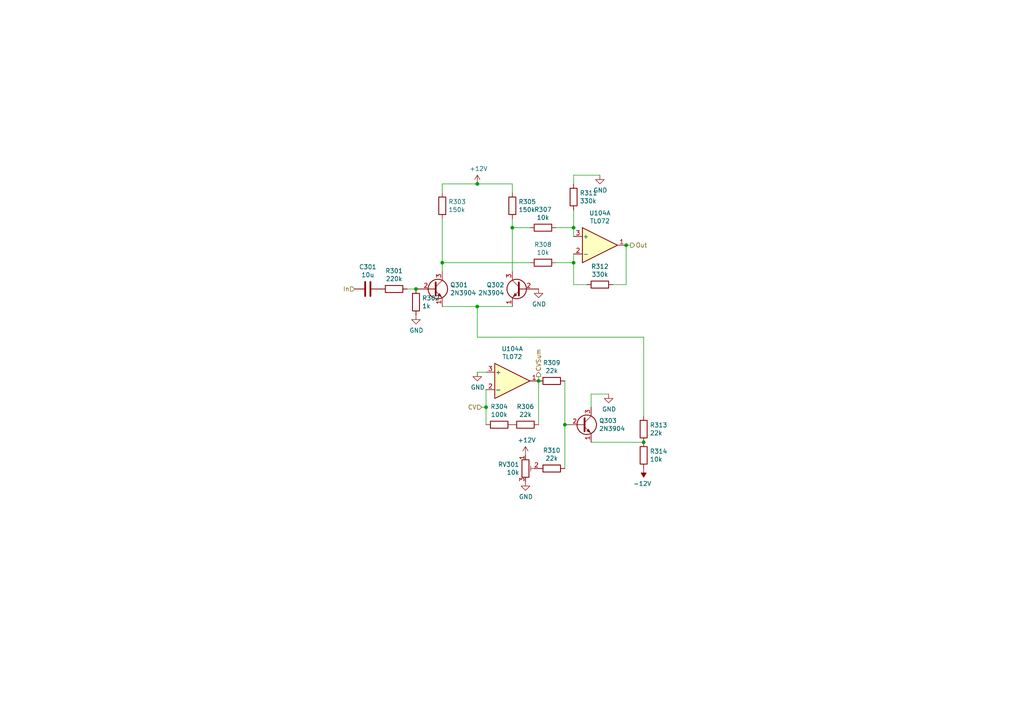
<source format=kicad_sch>
(kicad_sch (version 20211123) (generator eeschema)
  (paper "A4")
  (title_block (title "VCF") (date "2021-07-12") (rev "1.0"))
  (lib_symbols
    (symbol "Amplifier_Operational:TL072" (pin_names (offset 0.127))
      (property "Reference" "U" (at 0 5.08 0))
      (property "Value" "TL072" (at 0 -5.08 0))
      (symbol "TL072_1_1"
        (polyline (pts (xy -5.08 5.08) (xy 5.08 0) (xy -5.08 -5.08) (xy -5.08 5.08)) (stroke (width 0.254)) (fill (type background)))
        (pin output line (at 7.62 0 180) (length 2.54) (name "~") (number "1"))
        (pin input line (at -7.62 -2.54 0) (length 2.54) (name "-") (number "2"))
        (pin input line (at -7.62 2.54 0) (length 2.54) (name "+") (number "3"))
      )
      (symbol "TL072_2_1"
        (polyline (pts (xy -5.08 5.08) (xy 5.08 0) (xy -5.08 -5.08) (xy -5.08 5.08)) (stroke (width 0.254)) (fill (type background)))
        (pin input line (at -7.62 2.54 0) (length 2.54) (name "+") (number "5"))
        (pin input line (at -7.62 -2.54 0) (length 2.54) (name "-") (number "6"))
        (pin output line (at 7.62 0 180) (length 2.54) (name "~") (number "7"))
      )
      (symbol "TL072_3_1"
        (pin power_in line (at -2.54 -7.62 90) (length 3.81) (name "V-") (number "4"))
        (pin power_in line (at -2.54 7.62 270) (length 3.81) (name "V+") (number "8"))
      )
    )
    (symbol "Device:C" (pin_numbers hide) (pin_names (offset 0.254))
      (property "Reference" "C" (at 0.635 2.54 0))
      (property "Value" "C" (at 0.635 -2.54 0))
      (symbol "C_0_1"
        (polyline (pts (xy -2.032 -0.762) (xy 2.032 -0.762)) (stroke (width 0.508)))
        (polyline (pts (xy -2.032 0.762) (xy 2.032 0.762)) (stroke (width 0.508)))
      )
      (symbol "C_1_1"
        (pin passive line (at 0 3.81 270) (length 2.794) (name "~") (number "1"))
        (pin passive line (at 0 -3.81 90) (length 2.794) (name "~") (number "2"))
      )
    )
    (symbol "Device:R" (pin_numbers hide) (pin_names (offset 0))
      (property "Reference" "R" (at 2.032 0 90))
      (property "Value" "R" (at 0 0 90))
      (symbol "R_0_1"
        (rectangle (start -1.016 -2.54) (end 1.016 2.54) (stroke (width 0.254)))
      )
      (symbol "R_1_1"
        (pin passive line (at 0 3.81 270) (length 1.27) (name "~") (number "1"))
        (pin passive line (at 0 -3.81 90) (length 1.27) (name "~") (number "2"))
      )
    )
    (symbol "Device:R_Potentiometer_Trim" (pin_names (offset 1.016) hide)
      (property "Reference" "RV" (at -4.445 0 90))
      (property "Value" "R_Potentiometer_Trim" (at -2.54 0 90))
      (symbol "R_Potentiometer_Trim_0_1"
        (polyline (pts (xy 1.524 0.762) (xy 1.524 -0.762)))
        (polyline (pts (xy 2.54 0) (xy 1.524 0)))
        (rectangle (start 1.016 2.54) (end -1.016 -2.54) (stroke (width 0.254)))
      )
      (symbol "R_Potentiometer_Trim_1_1"
        (pin passive line (at 0 3.81 270) (length 1.27) (name "1") (number "1"))
        (pin passive line (at 3.81 0 180) (length 1.27) (name "2") (number "2"))
        (pin passive line (at 0 -3.81 90) (length 1.27) (name "3") (number "3"))
      )
    )
    (symbol "Transistor_BJT:2N3904" (pin_names (offset 0) hide)
      (property "Reference" "Q" (at 5.08 1.905 0))
      (property "Value" "2N3904" (at 5.08 0 0))
      (symbol "2N3904_0_1"
        (polyline (pts (xy 0.635 0.635) (xy 2.54 2.54)))
        (polyline (pts (xy 0.635 -0.635) (xy 2.54 -2.54) (xy 2.54 -2.54)))
        (polyline (pts (xy 0.635 1.905) (xy 0.635 -1.905) (xy 0.635 -1.905)) (stroke (width 0.508)))
        (polyline (pts (xy 1.27 -1.778) (xy 1.778 -1.27) (xy 2.286 -2.286) (xy 1.27 -1.778) (xy 1.27 -1.778)) (fill (type outline)))
        (circle (center 1.27 0) (radius 2.8194) (stroke (width 0.254)))
      )
      (symbol "2N3904_1_1"
        (pin passive line (at 2.54 -5.08 90) (length 2.54) (name "E") (number "1"))
        (pin passive line (at -5.08 0 0) (length 5.715) (name "B") (number "2"))
        (pin passive line (at 2.54 5.08 270) (length 2.54) (name "C") (number "3"))
      )
    )
    (symbol "power:+12V" (power) (pin_names (offset 0))
      (property "Value" "+12V" (at 0 3.556 0))
      (symbol "+12V_0_1"
        (polyline (pts (xy -0.762 1.27) (xy 0 2.54)))
        (polyline (pts (xy 0 0) (xy 0 2.54)))
        (polyline (pts (xy 0 2.54) (xy 0.762 1.27)))
      )
      (symbol "+12V_1_1"
        (pin power_in line (at 0 0 90) (length 0) hide (name "+12V") (number "1"))
      )
    )
    (symbol "power:-12V" (power) (pin_names (offset 0))
      (property "Value" "-12V" (at 0 3.81 0))
      (symbol "-12V_0_0"
        (pin power_in line (at 0 0 90) (length 0) hide (name "-12V") (number "1"))
      )
      (symbol "-12V_0_1"
        (polyline (pts (xy 0 0) (xy 0 1.27) (xy 0.762 1.27) (xy 0 2.54) (xy -0.762 1.27) (xy 0 1.27)) (fill (type outline)))
      )
    )
    (symbol "power:GND" (power) (pin_names (offset 0))
      (property "Value" "GND" (at 0 -3.81 0))
      (symbol "GND_0_1"
        (polyline (pts (xy 0 0) (xy 0 -1.27) (xy 1.27 -1.27) (xy 0 -2.54) (xy -1.27 -1.27) (xy 0 -1.27)))
      )
      (symbol "GND_1_1"
        (pin power_in line (at 0 0 270) (length 0) hide (name "GND") (number "1"))
      )
    )
  )
  (junction (at 166.37 76.2))
  (junction (at 156.21 110.49))
  (junction (at 128.27 76.2))
  (junction (at 120.65 83.82))
  (junction (at 138.43 53.34))
  (junction (at 163.83 123.19))
  (junction (at 140.97 118.11))
  (junction (at 138.43 88.9))
  (junction (at 148.59 66.04))
  (junction (at 166.37 66.04))
  (junction (at 181.61 71.12))
  (junction (at 186.69 128.27))
  (wire (pts (xy 118.11 83.82) (xy 120.65 83.82)))
  (wire (pts (xy 181.61 71.12) (xy 182.88 71.12)))
  (wire (pts (xy 138.43 53.34) (xy 148.59 53.34)))
  (wire (pts (xy 186.69 97.79) (xy 138.43 97.79)))
  (wire (pts (xy 148.59 63.5) (xy 148.59 66.04)))
  (wire (pts (xy 138.43 107.95) (xy 140.97 107.95)))
  (wire (pts (xy 171.45 118.11) (xy 171.45 114.3)))
  (wire (pts (xy 148.59 53.34) (xy 148.59 55.88)))
  (wire (pts (xy 166.37 82.55) (xy 170.18 82.55)))
  (wire (pts (xy 139.7 118.11) (xy 140.97 118.11)))
  (wire (pts (xy 128.27 76.2) (xy 128.27 78.74)))
  (wire (pts (xy 138.43 88.9) (xy 138.43 97.79)))
  (wire (pts (xy 140.97 118.11) (xy 140.97 123.19)))
  (wire (pts (xy 171.45 114.3) (xy 176.53 114.3)))
  (wire (pts (xy 156.21 123.19) (xy 156.21 110.49)))
  (wire (pts (xy 128.27 88.9) (xy 138.43 88.9)))
  (wire (pts (xy 181.61 82.55) (xy 181.61 71.12)))
  (wire (pts (xy 128.27 76.2) (xy 153.67 76.2)))
  (wire (pts (xy 163.83 123.19) (xy 163.83 135.89)))
  (wire (pts (xy 166.37 53.34) (xy 166.37 50.8)))
  (wire (pts (xy 163.83 110.49) (xy 163.83 123.19)))
  (wire (pts (xy 166.37 50.8) (xy 173.99 50.8)))
  (wire (pts (xy 161.29 66.04) (xy 166.37 66.04)))
  (wire (pts (xy 128.27 63.5) (xy 128.27 76.2)))
  (wire (pts (xy 148.59 66.04) (xy 148.59 78.74)))
  (wire (pts (xy 128.27 55.88) (xy 128.27 53.34)))
  (wire (pts (xy 166.37 76.2) (xy 166.37 82.55)))
  (wire (pts (xy 171.45 128.27) (xy 186.69 128.27)))
  (wire (pts (xy 153.67 66.04) (xy 148.59 66.04)))
  (wire (pts (xy 166.37 73.66) (xy 166.37 76.2)))
  (wire (pts (xy 161.29 76.2) (xy 166.37 76.2)))
  (wire (pts (xy 140.97 113.03) (xy 140.97 118.11)))
  (wire (pts (xy 156.21 109.22) (xy 156.21 110.49)))
  (wire (pts (xy 128.27 53.34) (xy 138.43 53.34)))
  (wire (pts (xy 186.69 120.65) (xy 186.69 97.79)))
  (wire (pts (xy 138.43 88.9) (xy 148.59 88.9)))
  (wire (pts (xy 177.8 82.55) (xy 181.61 82.55)))
  (wire (pts (xy 166.37 66.04) (xy 166.37 68.58)))
  (wire (pts (xy 166.37 60.96) (xy 166.37 66.04)))
  (hierarchical_label "Out" (shape output) (at 182.88 71.12 0))
  (hierarchical_label "CVSum" (shape output) (at 156.21 109.22 90))
  (hierarchical_label "In" (shape input) (at 102.87 83.82 180))
  (hierarchical_label "CV" (shape input) (at 139.7 118.11 180))
  (symbol (lib_id "Device:R_Potentiometer_Trim") (at 152.4 135.89 0)
    (property "Reference" "RV301" (at 150.622 134.7216 0) (effects (justify right)))
    (property "Value" "10k" (at 150.622 137.033 0) (effects (justify right)))
    (property "Footprint" "Potentiometer_THT:Potentiometer_Runtron_RM-065_Vertical" (effects hide))
  )
  (symbol (lib_id "Device:R") (at 144.78 123.19 90)
    (property "Reference" "R304" (at 144.78 117.9322 90))
    (property "Value" "100k" (at 144.78 120.2436 90))
    (property "Footprint" "Resistor_THT:R_Axial_DIN0207_L6.3mm_D2.5mm_P7.62mm_Horizontal" (effects hide))
  )
  (symbol (lib_id "Device:R") (at 152.4 123.19 90)
    (property "Reference" "R306" (at 152.4 117.9322 90))
    (property "Value" "22k" (at 152.4 120.2436 90))
    (property "Footprint" "Resistor_THT:R_Axial_DIN0207_L6.3mm_D2.5mm_P7.62mm_Horizontal" (effects hide))
  )
  (symbol (lib_id "power:GND") (at 138.43 107.95 0)
    (property "Reference" "#PWR0303" (effects hide))
    (property "Value" "GND" (at 138.557 112.3442 0))
  )
  (symbol (lib_id "power:GND") (at 152.4 139.7 0)
    (property "Reference" "#PWR0305" (effects hide))
    (property "Value" "GND" (at 152.527 144.0942 0))
  )
  (symbol (lib_id "power:+12V") (at 152.4 132.08 0)
    (property "Reference" "#PWR0304" (effects hide))
    (property "Value" "+12V" (at 152.781 127.6858 0))
  )
  (symbol (lib_id "Device:R") (at 160.02 135.89 90)
    (property "Reference" "R310" (at 160.02 130.6322 90))
    (property "Value" "22k" (at 160.02 132.9436 90))
    (property "Footprint" "Resistor_THT:R_Axial_DIN0207_L6.3mm_D2.5mm_P7.62mm_Horizontal" (effects hide))
  )
  (symbol (lib_id "Device:R") (at 160.02 110.49 90)
    (property "Reference" "R309" (at 160.02 105.2322 90))
    (property "Value" "22k" (at 160.02 107.5436 90))
    (property "Footprint" "Resistor_THT:R_Axial_DIN0207_L6.3mm_D2.5mm_P7.62mm_Horizontal" (effects hide))
  )
  (symbol (lib_id "power:GND") (at 176.53 114.3 0)
    (property "Reference" "#PWR0308" (effects hide))
    (property "Value" "GND" (at 176.657 118.6942 0))
  )
  (symbol (lib_id "Transistor_BJT:2N3904") (at 125.73 83.82 0)
    (property "Reference" "Q301" (at 130.556 82.6516 0) (effects (justify left)))
    (property "Value" "2N3904" (at 130.556 84.963 0) (effects (justify left)))
    (property "Footprint" "Package_TO_SOT_THT:TO-92_Wide" (effects hide))
    (property "Datasheet" "https://www.onsemi.com/pub/Collateral/2N3903-D.PDF" (effects hide))
  )
  (symbol (lib_id "Transistor_BJT:2N3904") (at 151.13 83.82 0) (mirror y)
    (property "Reference" "Q302" (at 146.2786 82.6516 0) (effects (justify left)))
    (property "Value" "2N3904" (at 146.2786 84.963 0) (effects (justify left)))
    (property "Footprint" "Package_TO_SOT_THT:TO-92_Wide" (effects hide))
    (property "Datasheet" "https://www.onsemi.com/pub/Collateral/2N3903-D.PDF" (effects hide))
  )
  (symbol (lib_id "power:GND") (at 156.21 83.82 0)
    (property "Reference" "#PWR0306" (effects hide))
    (property "Value" "GND" (at 156.337 88.2142 0))
  )
  (symbol (lib_id "Device:R") (at 120.65 87.63 180)
    (property "Reference" "R302" (at 122.428 86.4616 0) (effects (justify right)))
    (property "Value" "1k" (at 122.428 88.773 0) (effects (justify right)))
    (property "Footprint" "Resistor_THT:R_Axial_DIN0207_L6.3mm_D2.5mm_P7.62mm_Horizontal" (effects hide))
  )
  (symbol (lib_id "Amplifier_Operational:TL072") (at 173.99 71.12 0)
    (property "Reference" "U104" (at 173.99 61.7982 0))
    (property "Value" "TL072" (at 173.99 64.1096 0))
    (property "Footprint" "Package_DIP:DIP-8_W7.62mm_Socket" (effects hide))
    (property "Datasheet" "http://www.ti.com/lit/ds/symlink/tl071.pdf" (effects hide))
  )
  (symbol (lib_id "Device:R") (at 173.99 82.55 90)
    (property "Reference" "R312" (at 173.99 77.2922 90))
    (property "Value" "330k" (at 173.99 79.6036 90))
    (property "Footprint" "Resistor_THT:R_Axial_DIN0207_L6.3mm_D2.5mm_P7.62mm_Horizontal" (effects hide))
  )
  (symbol (lib_id "power:-12V") (at 186.69 135.89 180)
    (property "Reference" "#PWR0309" (effects hide))
    (property "Value" "-12V" (at 186.309 140.2842 0))
  )
  (symbol (lib_id "Amplifier_Operational:TL072") (at 148.59 110.49 0)
    (property "Reference" "U104" (at 148.59 101.1682 0))
    (property "Value" "TL072" (at 148.59 103.4796 0))
    (property "Footprint" "Package_DIP:DIP-8_W7.62mm_Socket" (effects hide))
    (property "Datasheet" "http://www.ti.com/lit/ds/symlink/tl071.pdf" (effects hide))
  )
  (symbol (lib_id "Transistor_BJT:2N3904") (at 168.91 123.19 0)
    (property "Reference" "Q303" (at 173.736 122.0216 0) (effects (justify left)))
    (property "Value" "2N3904" (at 173.736 124.333 0) (effects (justify left)))
    (property "Footprint" "Package_TO_SOT_THT:TO-92_Wide" (effects hide))
    (property "Datasheet" "https://www.onsemi.com/pub/Collateral/2N3903-D.PDF" (effects hide))
  )
  (symbol (lib_id "power:GND") (at 120.65 91.44 0)
    (property "Reference" "#PWR0301" (effects hide))
    (property "Value" "GND" (at 120.777 95.8342 0))
  )
  (symbol (lib_id "Device:R") (at 114.3 83.82 90)
    (property "Reference" "R301" (at 114.3 78.5622 90))
    (property "Value" "220k" (at 114.3 80.8736 90))
    (property "Footprint" "Resistor_THT:R_Axial_DIN0207_L6.3mm_D2.5mm_P7.62mm_Horizontal" (effects hide))
  )
  (symbol (lib_id "Device:C") (at 106.68 83.82 90)
    (property "Reference" "C301" (at 106.68 77.4192 90))
    (property "Value" "10u" (at 106.68 79.7306 90))
    (property "Footprint" "Capacitor_THT:C_Disc_D5.0mm_W2.5mm_P5.00mm" (effects hide))
  )
  (symbol (lib_id "Device:R") (at 148.59 59.69 180)
    (property "Reference" "R305" (at 150.368 58.5216 0) (effects (justify right)))
    (property "Value" "150k" (at 150.368 60.833 0) (effects (justify right)))
    (property "Footprint" "Resistor_THT:R_Axial_DIN0207_L6.3mm_D2.5mm_P7.62mm_Horizontal" (effects hide))
  )
  (symbol (lib_id "Device:R") (at 166.37 57.15 180)
    (property "Reference" "R311" (at 168.148 55.9816 0) (effects (justify right)))
    (property "Value" "330k" (at 168.148 58.293 0) (effects (justify right)))
    (property "Footprint" "Resistor_THT:R_Axial_DIN0207_L6.3mm_D2.5mm_P7.62mm_Horizontal" (effects hide))
  )
  (symbol (lib_id "power:GND") (at 173.99 50.8 0)
    (property "Reference" "#PWR0307" (effects hide))
    (property "Value" "GND" (at 174.117 55.1942 0))
  )
  (symbol (lib_id "Device:R") (at 157.48 66.04 90)
    (property "Reference" "R307" (at 157.48 60.7822 90))
    (property "Value" "10k" (at 157.48 63.0936 90))
    (property "Footprint" "Resistor_THT:R_Axial_DIN0207_L6.3mm_D2.5mm_P7.62mm_Horizontal" (effects hide))
  )
  (symbol (lib_id "Device:R") (at 157.48 76.2 90)
    (property "Reference" "R308" (at 157.48 70.9422 90))
    (property "Value" "10k" (at 157.48 73.2536 90))
    (property "Footprint" "Resistor_THT:R_Axial_DIN0207_L6.3mm_D2.5mm_P7.62mm_Horizontal" (effects hide))
  )
  (symbol (lib_id "Device:R") (at 128.27 59.69 180)
    (property "Reference" "R303" (at 130.048 58.5216 0) (effects (justify right)))
    (property "Value" "150k" (at 130.048 60.833 0) (effects (justify right)))
    (property "Footprint" "Resistor_THT:R_Axial_DIN0207_L6.3mm_D2.5mm_P7.62mm_Horizontal" (effects hide))
  )
  (symbol (lib_id "Device:R") (at 186.69 124.46 180)
    (property "Reference" "R313" (at 188.468 123.2916 0) (effects (justify right)))
    (property "Value" "22k" (at 188.468 125.603 0) (effects (justify right)))
    (property "Footprint" "Resistor_THT:R_Axial_DIN0207_L6.3mm_D2.5mm_P7.62mm_Horizontal" (effects hide))
  )
  (symbol (lib_id "Device:R") (at 186.69 132.08 180)
    (property "Reference" "R314" (at 188.468 130.9116 0) (effects (justify right)))
    (property "Value" "10k" (at 188.468 133.223 0) (effects (justify right)))
    (property "Footprint" "Resistor_THT:R_Axial_DIN0207_L6.3mm_D2.5mm_P7.62mm_Horizontal" (effects hide))
  )
  (symbol (lib_id "power:+12V") (at 138.43 53.34 0)
    (property "Reference" "#PWR0302" (effects hide))
    (property "Value" "+12V" (at 138.811 48.9458 0))
  )
)
</source>
